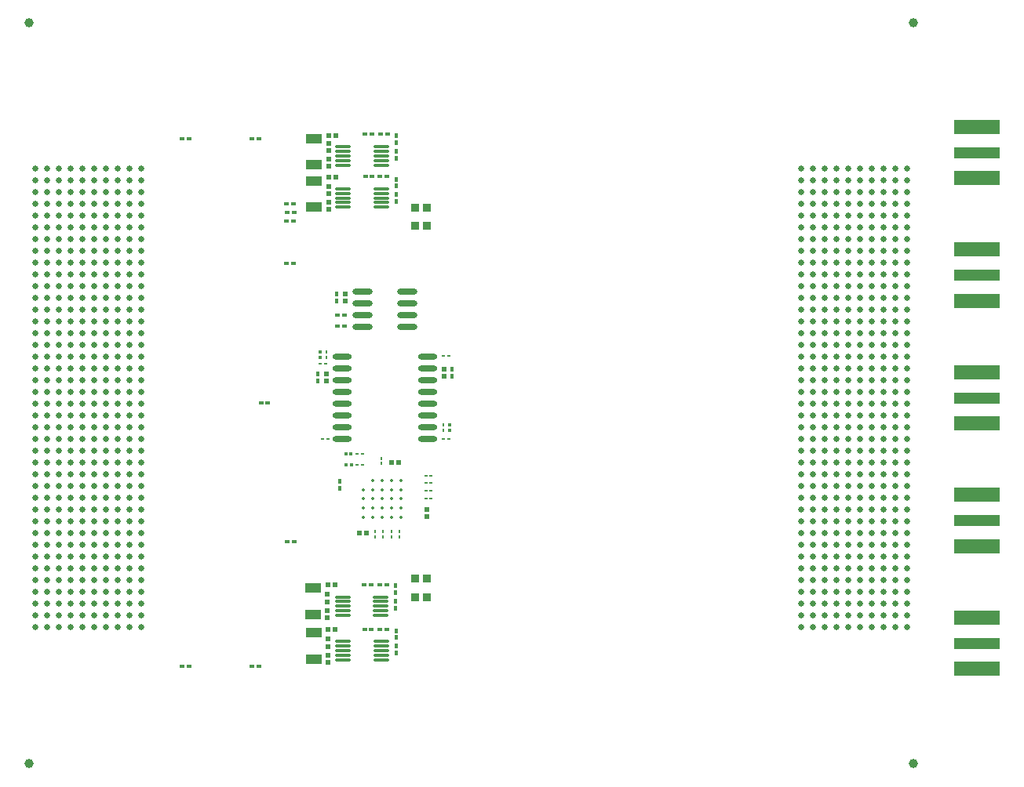
<source format=gbp>
G04*
G04 #@! TF.GenerationSoftware,Altium Limited,Altium NEXUS,4.1.1 (18)*
G04*
G04 Layer_Color=128*
%FSLAX44Y44*%
%MOMM*%
G71*
G04*
G04 #@! TF.SameCoordinates,4F3881F6-B343-40B9-83C6-DCB6D38B7AD4*
G04*
G04*
G04 #@! TF.FilePolarity,Positive*
G04*
G01*
G75*
%ADD11C,1.0000*%
%ADD13R,5.0000X1.6000*%
%ADD21C,0.6400*%
%ADD22R,0.8500X0.9000*%
%ADD25R,0.5000X0.4500*%
%ADD29R,0.5600X0.5200*%
%ADD53R,5.0000X1.2000*%
%ADD54R,0.5500X0.5000*%
%ADD55R,0.3200X0.3600*%
%ADD56R,0.2500X0.3500*%
%ADD57R,0.3500X0.2500*%
%ADD58R,0.3600X0.3200*%
%ADD59R,0.4500X0.5500*%
%ADD60C,0.3500*%
%ADD61R,0.4500X0.5000*%
%ADD62O,2.2000X0.6000*%
%ADD63R,0.5200X0.5600*%
%ADD64O,2.1000X0.6000*%
%ADD65R,1.7000X1.0500*%
%ADD66O,1.8000X0.3000*%
D11*
X100000Y50000D02*
D03*
X1054000D02*
D03*
Y850000D02*
D03*
X100000D02*
D03*
D13*
X1122400Y340200D02*
D03*
Y284800D02*
D03*
Y207700D02*
D03*
Y152300D02*
D03*
Y737700D02*
D03*
Y682300D02*
D03*
Y605200D02*
D03*
Y549800D02*
D03*
Y472700D02*
D03*
Y417300D02*
D03*
D21*
X1047150Y692650D02*
D03*
Y654550D02*
D03*
Y641850D02*
D03*
Y603750D02*
D03*
Y591050D02*
D03*
Y552950D02*
D03*
Y540250D02*
D03*
Y502150D02*
D03*
Y489450D02*
D03*
Y451350D02*
D03*
Y438650D02*
D03*
Y400550D02*
D03*
Y387850D02*
D03*
Y349750D02*
D03*
Y337050D02*
D03*
Y298950D02*
D03*
Y286250D02*
D03*
Y248150D02*
D03*
Y235450D02*
D03*
Y197350D02*
D03*
X1034450Y679950D02*
D03*
Y667250D02*
D03*
Y629150D02*
D03*
Y616450D02*
D03*
Y578350D02*
D03*
Y565650D02*
D03*
Y527550D02*
D03*
Y514850D02*
D03*
Y476750D02*
D03*
Y464050D02*
D03*
Y425950D02*
D03*
Y413250D02*
D03*
Y375150D02*
D03*
Y362450D02*
D03*
Y324350D02*
D03*
Y311650D02*
D03*
Y273550D02*
D03*
Y260850D02*
D03*
Y222750D02*
D03*
Y210050D02*
D03*
X1021750Y692650D02*
D03*
Y654550D02*
D03*
Y641850D02*
D03*
Y603750D02*
D03*
Y591050D02*
D03*
Y578350D02*
D03*
Y565650D02*
D03*
Y552950D02*
D03*
Y540250D02*
D03*
Y527550D02*
D03*
Y514850D02*
D03*
Y502150D02*
D03*
Y489450D02*
D03*
Y476750D02*
D03*
Y464050D02*
D03*
Y451350D02*
D03*
Y438650D02*
D03*
Y425950D02*
D03*
Y413250D02*
D03*
Y400550D02*
D03*
Y387850D02*
D03*
Y375150D02*
D03*
Y362450D02*
D03*
Y349750D02*
D03*
Y337050D02*
D03*
Y298950D02*
D03*
Y286250D02*
D03*
Y260850D02*
D03*
Y248150D02*
D03*
Y235450D02*
D03*
Y222750D02*
D03*
Y210050D02*
D03*
Y197350D02*
D03*
X1009050Y679950D02*
D03*
Y667250D02*
D03*
Y629150D02*
D03*
Y616450D02*
D03*
Y603750D02*
D03*
Y591050D02*
D03*
Y578350D02*
D03*
Y565650D02*
D03*
Y552950D02*
D03*
Y540250D02*
D03*
Y527550D02*
D03*
Y514850D02*
D03*
Y502150D02*
D03*
Y489450D02*
D03*
Y476750D02*
D03*
Y464050D02*
D03*
Y451350D02*
D03*
Y438650D02*
D03*
Y425950D02*
D03*
Y413250D02*
D03*
Y400550D02*
D03*
Y387850D02*
D03*
Y375150D02*
D03*
Y362450D02*
D03*
Y349750D02*
D03*
Y248150D02*
D03*
Y235450D02*
D03*
Y222750D02*
D03*
Y210050D02*
D03*
Y197350D02*
D03*
X996350Y692650D02*
D03*
Y654550D02*
D03*
Y641850D02*
D03*
Y603750D02*
D03*
Y565650D02*
D03*
Y527550D02*
D03*
Y489450D02*
D03*
Y451350D02*
D03*
Y413250D02*
D03*
Y375150D02*
D03*
Y337050D02*
D03*
Y298950D02*
D03*
Y260850D02*
D03*
Y222750D02*
D03*
Y210050D02*
D03*
Y197350D02*
D03*
X983650Y679950D02*
D03*
Y667250D02*
D03*
Y629150D02*
D03*
Y591050D02*
D03*
Y552950D02*
D03*
Y514850D02*
D03*
Y476750D02*
D03*
Y438650D02*
D03*
Y400550D02*
D03*
Y362450D02*
D03*
Y324350D02*
D03*
Y286250D02*
D03*
Y248150D02*
D03*
Y210050D02*
D03*
Y197350D02*
D03*
X970950Y692650D02*
D03*
Y654550D02*
D03*
Y641850D02*
D03*
Y629150D02*
D03*
Y616450D02*
D03*
Y603750D02*
D03*
Y591050D02*
D03*
Y578350D02*
D03*
Y565650D02*
D03*
Y552950D02*
D03*
Y540250D02*
D03*
Y527550D02*
D03*
Y514850D02*
D03*
Y502150D02*
D03*
Y489450D02*
D03*
Y476750D02*
D03*
Y464050D02*
D03*
Y451350D02*
D03*
Y438650D02*
D03*
Y425950D02*
D03*
Y413250D02*
D03*
Y400550D02*
D03*
Y387850D02*
D03*
Y375150D02*
D03*
Y362450D02*
D03*
Y349750D02*
D03*
Y337050D02*
D03*
Y324350D02*
D03*
Y311650D02*
D03*
Y298950D02*
D03*
Y286250D02*
D03*
Y273550D02*
D03*
Y260850D02*
D03*
Y222750D02*
D03*
Y210050D02*
D03*
Y197350D02*
D03*
X958250Y667250D02*
D03*
Y629150D02*
D03*
Y616450D02*
D03*
Y603750D02*
D03*
Y591050D02*
D03*
Y578350D02*
D03*
Y565650D02*
D03*
Y552950D02*
D03*
Y540250D02*
D03*
Y527550D02*
D03*
Y514850D02*
D03*
Y502150D02*
D03*
Y489450D02*
D03*
Y476750D02*
D03*
Y464050D02*
D03*
Y451350D02*
D03*
Y438650D02*
D03*
Y425950D02*
D03*
Y413250D02*
D03*
Y400550D02*
D03*
Y387850D02*
D03*
Y375150D02*
D03*
Y362450D02*
D03*
Y349750D02*
D03*
Y337050D02*
D03*
Y324350D02*
D03*
Y311650D02*
D03*
Y298950D02*
D03*
Y286250D02*
D03*
Y273550D02*
D03*
Y260850D02*
D03*
Y248150D02*
D03*
Y210050D02*
D03*
Y197350D02*
D03*
X945550Y692650D02*
D03*
Y654550D02*
D03*
Y641850D02*
D03*
Y629150D02*
D03*
Y616450D02*
D03*
Y603750D02*
D03*
Y591050D02*
D03*
Y578350D02*
D03*
Y565650D02*
D03*
Y552950D02*
D03*
Y540250D02*
D03*
Y527550D02*
D03*
Y514850D02*
D03*
Y502150D02*
D03*
Y489450D02*
D03*
Y451350D02*
D03*
Y413250D02*
D03*
Y375150D02*
D03*
Y337050D02*
D03*
Y298950D02*
D03*
Y260850D02*
D03*
Y222750D02*
D03*
Y197350D02*
D03*
X932850Y679950D02*
D03*
Y667250D02*
D03*
Y629150D02*
D03*
Y616450D02*
D03*
Y603750D02*
D03*
Y591050D02*
D03*
Y578350D02*
D03*
Y565650D02*
D03*
Y552950D02*
D03*
Y540250D02*
D03*
Y527550D02*
D03*
Y514850D02*
D03*
Y502150D02*
D03*
Y489450D02*
D03*
Y476750D02*
D03*
Y438650D02*
D03*
Y400550D02*
D03*
Y362450D02*
D03*
Y324350D02*
D03*
Y286250D02*
D03*
Y248150D02*
D03*
Y210050D02*
D03*
X1047150Y679950D02*
D03*
Y667250D02*
D03*
Y629150D02*
D03*
Y616450D02*
D03*
Y578350D02*
D03*
Y565650D02*
D03*
Y527550D02*
D03*
Y514850D02*
D03*
Y476750D02*
D03*
Y464050D02*
D03*
Y425950D02*
D03*
Y413250D02*
D03*
Y375150D02*
D03*
Y362450D02*
D03*
Y324350D02*
D03*
Y311650D02*
D03*
Y273550D02*
D03*
Y260850D02*
D03*
Y222750D02*
D03*
Y210050D02*
D03*
X1034450Y692650D02*
D03*
Y654550D02*
D03*
Y641850D02*
D03*
Y603750D02*
D03*
Y591050D02*
D03*
Y552950D02*
D03*
Y540250D02*
D03*
Y502150D02*
D03*
Y489450D02*
D03*
Y451350D02*
D03*
Y438650D02*
D03*
Y400550D02*
D03*
Y387850D02*
D03*
Y349750D02*
D03*
Y337050D02*
D03*
Y298950D02*
D03*
Y286250D02*
D03*
Y248150D02*
D03*
Y235450D02*
D03*
Y197350D02*
D03*
X1021750Y679950D02*
D03*
Y667250D02*
D03*
Y629150D02*
D03*
Y616450D02*
D03*
Y324350D02*
D03*
Y311650D02*
D03*
Y273550D02*
D03*
X1009050Y692650D02*
D03*
Y654550D02*
D03*
Y641850D02*
D03*
Y337050D02*
D03*
Y324350D02*
D03*
Y311650D02*
D03*
Y298950D02*
D03*
Y286250D02*
D03*
Y273550D02*
D03*
Y260850D02*
D03*
X996350Y679950D02*
D03*
Y667250D02*
D03*
Y629150D02*
D03*
Y616450D02*
D03*
Y591050D02*
D03*
Y578350D02*
D03*
Y552950D02*
D03*
Y540250D02*
D03*
Y514850D02*
D03*
Y502150D02*
D03*
Y476750D02*
D03*
Y464050D02*
D03*
Y438650D02*
D03*
Y425950D02*
D03*
Y400550D02*
D03*
Y387850D02*
D03*
Y362450D02*
D03*
Y349750D02*
D03*
Y324350D02*
D03*
Y311650D02*
D03*
Y286250D02*
D03*
Y273550D02*
D03*
Y248150D02*
D03*
Y235450D02*
D03*
X983650Y692650D02*
D03*
Y654550D02*
D03*
Y641850D02*
D03*
Y616450D02*
D03*
Y603750D02*
D03*
Y578350D02*
D03*
Y565650D02*
D03*
Y540250D02*
D03*
Y527550D02*
D03*
Y502150D02*
D03*
Y489450D02*
D03*
Y464050D02*
D03*
Y451350D02*
D03*
Y425950D02*
D03*
Y413250D02*
D03*
Y387850D02*
D03*
Y375150D02*
D03*
Y349750D02*
D03*
Y337050D02*
D03*
Y311650D02*
D03*
Y298950D02*
D03*
Y273550D02*
D03*
Y260850D02*
D03*
Y235450D02*
D03*
Y222750D02*
D03*
X970950Y679950D02*
D03*
Y667250D02*
D03*
X958250Y692650D02*
D03*
Y679950D02*
D03*
Y654550D02*
D03*
Y641850D02*
D03*
X945550Y679950D02*
D03*
Y667250D02*
D03*
Y476750D02*
D03*
Y464050D02*
D03*
Y438650D02*
D03*
Y425950D02*
D03*
Y400550D02*
D03*
Y387850D02*
D03*
Y362450D02*
D03*
Y349750D02*
D03*
Y324350D02*
D03*
Y311650D02*
D03*
Y286250D02*
D03*
Y273550D02*
D03*
Y248150D02*
D03*
Y235450D02*
D03*
Y210050D02*
D03*
X932850Y692650D02*
D03*
Y654550D02*
D03*
Y641850D02*
D03*
Y464050D02*
D03*
Y451350D02*
D03*
Y425950D02*
D03*
Y413250D02*
D03*
Y387850D02*
D03*
Y375150D02*
D03*
Y349750D02*
D03*
Y337050D02*
D03*
Y311650D02*
D03*
Y298950D02*
D03*
Y273550D02*
D03*
Y260850D02*
D03*
Y235450D02*
D03*
Y222750D02*
D03*
Y197350D02*
D03*
X970950Y235450D02*
D03*
X958250Y222750D02*
D03*
X970950Y248150D02*
D03*
X958250Y235450D02*
D03*
X144950Y324350D02*
D03*
Y337050D02*
D03*
Y375150D02*
D03*
Y400550D02*
D03*
Y413250D02*
D03*
X132250Y311650D02*
D03*
Y324350D02*
D03*
Y362450D02*
D03*
Y375150D02*
D03*
X106850Y210050D02*
D03*
Y222750D02*
D03*
Y235450D02*
D03*
Y248150D02*
D03*
Y260850D02*
D03*
Y273550D02*
D03*
Y286250D02*
D03*
Y298950D02*
D03*
Y311650D02*
D03*
Y324350D02*
D03*
Y337050D02*
D03*
Y349750D02*
D03*
Y362450D02*
D03*
Y375150D02*
D03*
Y387850D02*
D03*
Y400550D02*
D03*
Y413250D02*
D03*
Y425950D02*
D03*
Y438650D02*
D03*
Y451350D02*
D03*
Y464050D02*
D03*
Y476750D02*
D03*
Y489450D02*
D03*
Y502150D02*
D03*
Y514850D02*
D03*
Y527550D02*
D03*
Y540250D02*
D03*
Y552950D02*
D03*
Y565650D02*
D03*
Y578350D02*
D03*
Y591050D02*
D03*
Y603750D02*
D03*
Y616450D02*
D03*
Y629150D02*
D03*
Y641850D02*
D03*
Y654550D02*
D03*
Y667250D02*
D03*
Y679950D02*
D03*
Y692650D02*
D03*
Y197350D02*
D03*
X119550D02*
D03*
Y210050D02*
D03*
Y222750D02*
D03*
Y235450D02*
D03*
Y248150D02*
D03*
Y260850D02*
D03*
Y273550D02*
D03*
Y286250D02*
D03*
Y298950D02*
D03*
Y311650D02*
D03*
Y324350D02*
D03*
Y337050D02*
D03*
Y349750D02*
D03*
Y362450D02*
D03*
Y375150D02*
D03*
Y387850D02*
D03*
Y400550D02*
D03*
Y413250D02*
D03*
Y425950D02*
D03*
Y438650D02*
D03*
Y451350D02*
D03*
Y464050D02*
D03*
Y476750D02*
D03*
Y489450D02*
D03*
Y502150D02*
D03*
Y514850D02*
D03*
Y527550D02*
D03*
Y540250D02*
D03*
Y552950D02*
D03*
Y565650D02*
D03*
Y578350D02*
D03*
Y591050D02*
D03*
Y603750D02*
D03*
Y616450D02*
D03*
Y629150D02*
D03*
Y641850D02*
D03*
Y654550D02*
D03*
Y667250D02*
D03*
Y679950D02*
D03*
Y692650D02*
D03*
X132250Y197350D02*
D03*
Y210050D02*
D03*
Y222750D02*
D03*
Y235450D02*
D03*
Y248150D02*
D03*
Y260850D02*
D03*
Y273550D02*
D03*
Y286250D02*
D03*
Y298950D02*
D03*
Y337050D02*
D03*
Y349750D02*
D03*
Y387850D02*
D03*
Y400550D02*
D03*
Y413250D02*
D03*
Y425950D02*
D03*
Y438650D02*
D03*
Y451350D02*
D03*
Y464050D02*
D03*
Y476750D02*
D03*
Y489450D02*
D03*
Y502150D02*
D03*
Y514850D02*
D03*
Y527550D02*
D03*
Y540250D02*
D03*
Y552950D02*
D03*
Y565650D02*
D03*
Y578350D02*
D03*
Y591050D02*
D03*
Y603750D02*
D03*
Y616450D02*
D03*
Y629150D02*
D03*
Y641850D02*
D03*
Y654550D02*
D03*
Y667250D02*
D03*
Y679950D02*
D03*
Y692650D02*
D03*
X144950Y210050D02*
D03*
Y222750D02*
D03*
Y235450D02*
D03*
Y248150D02*
D03*
Y260850D02*
D03*
Y273550D02*
D03*
Y286250D02*
D03*
Y298950D02*
D03*
Y311650D02*
D03*
Y349750D02*
D03*
Y362450D02*
D03*
Y387850D02*
D03*
Y425950D02*
D03*
Y438650D02*
D03*
Y451350D02*
D03*
Y464050D02*
D03*
Y476750D02*
D03*
Y489450D02*
D03*
Y502150D02*
D03*
Y514850D02*
D03*
Y527550D02*
D03*
Y540250D02*
D03*
Y552950D02*
D03*
Y565650D02*
D03*
Y578350D02*
D03*
Y591050D02*
D03*
Y603750D02*
D03*
Y616450D02*
D03*
Y629150D02*
D03*
Y641850D02*
D03*
Y654550D02*
D03*
Y667250D02*
D03*
Y679950D02*
D03*
Y692650D02*
D03*
X157650Y197350D02*
D03*
Y210050D02*
D03*
Y222750D02*
D03*
Y235450D02*
D03*
Y248150D02*
D03*
Y260850D02*
D03*
Y273550D02*
D03*
Y286250D02*
D03*
Y298950D02*
D03*
Y311650D02*
D03*
Y324350D02*
D03*
Y337050D02*
D03*
Y349750D02*
D03*
Y362450D02*
D03*
Y375150D02*
D03*
Y387850D02*
D03*
Y400550D02*
D03*
Y413250D02*
D03*
Y425950D02*
D03*
Y438650D02*
D03*
Y451350D02*
D03*
Y464050D02*
D03*
Y476750D02*
D03*
Y489450D02*
D03*
Y502150D02*
D03*
Y514850D02*
D03*
Y527550D02*
D03*
Y540250D02*
D03*
Y552950D02*
D03*
Y565650D02*
D03*
Y578350D02*
D03*
Y591050D02*
D03*
Y603750D02*
D03*
Y616450D02*
D03*
Y629150D02*
D03*
Y641850D02*
D03*
Y654550D02*
D03*
Y667250D02*
D03*
Y679950D02*
D03*
Y692650D02*
D03*
X170350Y197350D02*
D03*
Y210050D02*
D03*
Y222750D02*
D03*
Y235450D02*
D03*
Y248150D02*
D03*
Y260850D02*
D03*
Y273550D02*
D03*
Y286250D02*
D03*
Y298950D02*
D03*
Y311650D02*
D03*
Y324350D02*
D03*
Y337050D02*
D03*
Y349750D02*
D03*
Y362450D02*
D03*
Y375150D02*
D03*
Y387850D02*
D03*
Y400550D02*
D03*
Y413250D02*
D03*
Y425950D02*
D03*
Y438650D02*
D03*
Y451350D02*
D03*
Y464050D02*
D03*
Y476750D02*
D03*
Y489450D02*
D03*
Y502150D02*
D03*
Y514850D02*
D03*
Y527550D02*
D03*
Y540250D02*
D03*
Y552950D02*
D03*
Y565650D02*
D03*
Y578350D02*
D03*
Y591050D02*
D03*
Y603750D02*
D03*
Y616450D02*
D03*
Y629150D02*
D03*
Y641850D02*
D03*
Y654550D02*
D03*
Y667250D02*
D03*
Y679950D02*
D03*
Y692650D02*
D03*
X144950Y197350D02*
D03*
X183050D02*
D03*
Y210050D02*
D03*
Y222750D02*
D03*
Y235450D02*
D03*
Y248150D02*
D03*
Y260850D02*
D03*
Y273550D02*
D03*
Y286250D02*
D03*
Y298950D02*
D03*
Y311650D02*
D03*
Y324350D02*
D03*
Y337050D02*
D03*
Y349750D02*
D03*
Y362450D02*
D03*
Y375150D02*
D03*
Y387850D02*
D03*
Y400550D02*
D03*
Y413250D02*
D03*
Y425950D02*
D03*
Y438650D02*
D03*
Y451350D02*
D03*
Y464050D02*
D03*
Y476750D02*
D03*
Y489450D02*
D03*
Y502150D02*
D03*
Y514850D02*
D03*
Y527550D02*
D03*
Y540250D02*
D03*
Y552950D02*
D03*
Y565650D02*
D03*
Y578350D02*
D03*
Y591050D02*
D03*
Y603750D02*
D03*
Y616450D02*
D03*
Y629150D02*
D03*
Y641850D02*
D03*
Y654550D02*
D03*
Y667250D02*
D03*
Y679950D02*
D03*
Y692650D02*
D03*
X195750Y197350D02*
D03*
Y210050D02*
D03*
Y222750D02*
D03*
Y235450D02*
D03*
Y248150D02*
D03*
Y260850D02*
D03*
Y273550D02*
D03*
Y286250D02*
D03*
Y298950D02*
D03*
Y311650D02*
D03*
Y324350D02*
D03*
Y337050D02*
D03*
Y349750D02*
D03*
Y362450D02*
D03*
Y375150D02*
D03*
Y387850D02*
D03*
Y400550D02*
D03*
Y413250D02*
D03*
Y425950D02*
D03*
Y438650D02*
D03*
Y451350D02*
D03*
Y464050D02*
D03*
Y476750D02*
D03*
Y489450D02*
D03*
Y502150D02*
D03*
Y514850D02*
D03*
Y527550D02*
D03*
Y540250D02*
D03*
Y552950D02*
D03*
Y565650D02*
D03*
Y578350D02*
D03*
Y591050D02*
D03*
Y603750D02*
D03*
Y616450D02*
D03*
Y629150D02*
D03*
Y641850D02*
D03*
Y654550D02*
D03*
Y667250D02*
D03*
Y679950D02*
D03*
Y692650D02*
D03*
X208450Y197350D02*
D03*
Y210050D02*
D03*
Y222750D02*
D03*
Y235450D02*
D03*
Y248150D02*
D03*
Y260850D02*
D03*
Y273550D02*
D03*
Y286250D02*
D03*
Y298950D02*
D03*
Y311650D02*
D03*
Y324350D02*
D03*
Y337050D02*
D03*
Y349750D02*
D03*
Y362450D02*
D03*
Y375150D02*
D03*
Y387850D02*
D03*
Y400550D02*
D03*
Y413250D02*
D03*
Y425950D02*
D03*
Y438650D02*
D03*
Y451350D02*
D03*
Y464050D02*
D03*
Y476750D02*
D03*
Y489450D02*
D03*
Y502150D02*
D03*
Y514850D02*
D03*
Y527550D02*
D03*
Y540250D02*
D03*
Y552950D02*
D03*
Y565650D02*
D03*
Y578350D02*
D03*
Y591050D02*
D03*
Y603750D02*
D03*
Y616450D02*
D03*
Y629150D02*
D03*
Y641850D02*
D03*
Y654550D02*
D03*
Y667250D02*
D03*
Y679950D02*
D03*
Y692650D02*
D03*
X221150Y197350D02*
D03*
Y210050D02*
D03*
Y222750D02*
D03*
Y235450D02*
D03*
Y248150D02*
D03*
Y260850D02*
D03*
Y273550D02*
D03*
Y286250D02*
D03*
Y298950D02*
D03*
Y311650D02*
D03*
Y324350D02*
D03*
Y337050D02*
D03*
Y349750D02*
D03*
Y362450D02*
D03*
Y375150D02*
D03*
Y387850D02*
D03*
Y400550D02*
D03*
Y413250D02*
D03*
Y425950D02*
D03*
Y438650D02*
D03*
Y451350D02*
D03*
Y464050D02*
D03*
Y476750D02*
D03*
Y489450D02*
D03*
Y502150D02*
D03*
Y514850D02*
D03*
Y527550D02*
D03*
Y540250D02*
D03*
Y552950D02*
D03*
Y565650D02*
D03*
Y578350D02*
D03*
Y591050D02*
D03*
Y603750D02*
D03*
Y616450D02*
D03*
Y629150D02*
D03*
Y641850D02*
D03*
Y654550D02*
D03*
Y667250D02*
D03*
Y679950D02*
D03*
Y692650D02*
D03*
D22*
X516500Y631000D02*
D03*
X529500D02*
D03*
X516500Y250000D02*
D03*
X529500D02*
D03*
X516500Y650686D02*
D03*
X529500D02*
D03*
X516500Y230000D02*
D03*
X529500D02*
D03*
D25*
X340250Y725000D02*
D03*
X347750D02*
D03*
X378099Y636135D02*
D03*
X385599D02*
D03*
X385544Y654942D02*
D03*
X378044D02*
D03*
X440658Y534254D02*
D03*
X433158D02*
D03*
X440571Y522617D02*
D03*
X433071D02*
D03*
X385874Y645154D02*
D03*
X378374D02*
D03*
X385590Y590000D02*
D03*
X378090D02*
D03*
X386052Y290000D02*
D03*
X378552D02*
D03*
X265250Y725000D02*
D03*
X272750D02*
D03*
X265250Y155000D02*
D03*
X272750D02*
D03*
X340250D02*
D03*
X347750D02*
D03*
X485938Y242940D02*
D03*
X478438D02*
D03*
X461575Y242871D02*
D03*
X469075D02*
D03*
X485916Y194722D02*
D03*
X478416D02*
D03*
X461968Y194764D02*
D03*
X469468D02*
D03*
X486339Y684198D02*
D03*
X478839D02*
D03*
X462814Y684133D02*
D03*
X470314D02*
D03*
X486586Y729765D02*
D03*
X479086D02*
D03*
X462402Y729818D02*
D03*
X469902D02*
D03*
X350250Y440000D02*
D03*
X357750D02*
D03*
D29*
X464160Y298806D02*
D03*
X456360D02*
D03*
X491100Y375000D02*
D03*
X498900D02*
D03*
D53*
X1122400Y312500D02*
D03*
Y180000D02*
D03*
Y710000D02*
D03*
Y577500D02*
D03*
Y445000D02*
D03*
D54*
X422387Y243260D02*
D03*
X429887D02*
D03*
X422521Y195244D02*
D03*
X430021D02*
D03*
X423480Y683424D02*
D03*
X430980D02*
D03*
X423351Y728638D02*
D03*
X430851D02*
D03*
D55*
X554113Y415814D02*
D03*
Y410214D02*
D03*
X413974Y489013D02*
D03*
Y494613D02*
D03*
D56*
X547000Y410250D02*
D03*
Y415750D02*
D03*
X421147Y494493D02*
D03*
Y488993D02*
D03*
X491000Y300750D02*
D03*
Y295250D02*
D03*
X482000Y300750D02*
D03*
Y295250D02*
D03*
X473000Y300750D02*
D03*
Y295250D02*
D03*
X500000Y300750D02*
D03*
Y295250D02*
D03*
X480069Y374144D02*
D03*
Y379644D02*
D03*
D57*
X552750Y490000D02*
D03*
X547250D02*
D03*
X417000Y401000D02*
D03*
X422500D02*
D03*
X552752Y400523D02*
D03*
X547252D02*
D03*
X414364Y481620D02*
D03*
X419864D02*
D03*
X528250Y361000D02*
D03*
X533750D02*
D03*
X528205Y344613D02*
D03*
X533705D02*
D03*
X528250Y336000D02*
D03*
X533750D02*
D03*
X528250Y353000D02*
D03*
X533750D02*
D03*
X454250Y373000D02*
D03*
X459750D02*
D03*
X454141Y384326D02*
D03*
X459641D02*
D03*
D58*
X442200Y373000D02*
D03*
X447800D02*
D03*
X441782Y384430D02*
D03*
X447382D02*
D03*
D59*
X435000Y354750D02*
D03*
Y347250D02*
D03*
D60*
X501000Y316000D02*
D03*
Y326000D02*
D03*
Y336000D02*
D03*
Y346000D02*
D03*
Y356000D02*
D03*
X491000Y316000D02*
D03*
Y326000D02*
D03*
Y336000D02*
D03*
Y346000D02*
D03*
Y356000D02*
D03*
X481000Y316000D02*
D03*
Y326000D02*
D03*
Y336000D02*
D03*
Y346000D02*
D03*
Y356000D02*
D03*
X471000Y316000D02*
D03*
Y326000D02*
D03*
Y336000D02*
D03*
Y346000D02*
D03*
Y356000D02*
D03*
X461000Y316000D02*
D03*
Y326000D02*
D03*
Y336000D02*
D03*
Y346000D02*
D03*
D61*
X411795Y471235D02*
D03*
Y463735D02*
D03*
X431572Y549979D02*
D03*
Y557479D02*
D03*
X556347Y468540D02*
D03*
Y476040D02*
D03*
X495658Y242146D02*
D03*
Y234646D02*
D03*
Y217617D02*
D03*
Y225117D02*
D03*
X496617Y193581D02*
D03*
Y186081D02*
D03*
Y169284D02*
D03*
Y176784D02*
D03*
X496143Y728084D02*
D03*
Y720584D02*
D03*
Y703866D02*
D03*
Y711366D02*
D03*
X496151Y681251D02*
D03*
Y673751D02*
D03*
X496058Y657125D02*
D03*
Y664625D02*
D03*
D62*
X508000Y560050D02*
D03*
Y547350D02*
D03*
Y534650D02*
D03*
Y521950D02*
D03*
X460000Y560050D02*
D03*
Y547350D02*
D03*
Y534650D02*
D03*
Y521950D02*
D03*
D63*
X441577Y557467D02*
D03*
Y549667D02*
D03*
X420650Y463450D02*
D03*
Y471250D02*
D03*
X547581Y475950D02*
D03*
Y468150D02*
D03*
X422032Y232693D02*
D03*
Y224893D02*
D03*
X422470Y184361D02*
D03*
Y176561D02*
D03*
X422033Y207340D02*
D03*
Y215140D02*
D03*
X422630Y158990D02*
D03*
Y166790D02*
D03*
X423075Y673645D02*
D03*
Y665845D02*
D03*
X423217Y648786D02*
D03*
Y656586D02*
D03*
X423545Y719963D02*
D03*
Y712163D02*
D03*
X423599Y695110D02*
D03*
Y702910D02*
D03*
X529024Y324728D02*
D03*
Y316928D02*
D03*
D64*
X529750Y489450D02*
D03*
Y476750D02*
D03*
Y464050D02*
D03*
Y451350D02*
D03*
Y438650D02*
D03*
Y425950D02*
D03*
Y413250D02*
D03*
Y400550D02*
D03*
X438250Y489450D02*
D03*
Y476750D02*
D03*
Y464050D02*
D03*
Y451350D02*
D03*
Y438650D02*
D03*
Y425950D02*
D03*
Y413250D02*
D03*
Y400550D02*
D03*
D65*
X406781Y211068D02*
D03*
Y239568D02*
D03*
X407152Y163037D02*
D03*
Y191537D02*
D03*
X407742Y650969D02*
D03*
Y679469D02*
D03*
X407730Y696860D02*
D03*
Y725360D02*
D03*
D66*
X479318Y230003D02*
D03*
Y220003D02*
D03*
Y215003D02*
D03*
Y210003D02*
D03*
X438318Y220003D02*
D03*
Y215003D02*
D03*
Y210003D02*
D03*
Y230003D02*
D03*
Y225003D02*
D03*
X479318D02*
D03*
X480000Y661000D02*
D03*
Y656000D02*
D03*
Y651000D02*
D03*
X439000Y661000D02*
D03*
Y656000D02*
D03*
Y651000D02*
D03*
Y671000D02*
D03*
X480000D02*
D03*
X439000Y666000D02*
D03*
X480000D02*
D03*
X480062Y716425D02*
D03*
Y711425D02*
D03*
Y706425D02*
D03*
Y701425D02*
D03*
Y696425D02*
D03*
X439062Y706425D02*
D03*
Y701425D02*
D03*
Y696425D02*
D03*
Y716425D02*
D03*
Y711425D02*
D03*
X479915Y181967D02*
D03*
Y176967D02*
D03*
Y171967D02*
D03*
Y166967D02*
D03*
Y161967D02*
D03*
X438915Y171967D02*
D03*
Y166967D02*
D03*
Y161967D02*
D03*
Y181967D02*
D03*
Y176967D02*
D03*
M02*

</source>
